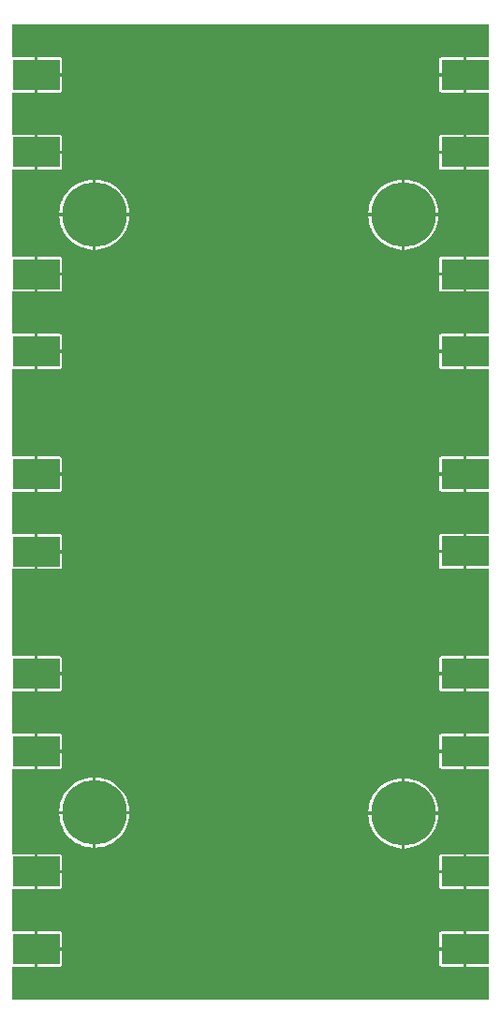
<source format=gbr>
G04 EAGLE Gerber RS-274X export*
G75*
%MOMM*%
%FSLAX34Y34*%
%LPD*%
%INBottom Copper*%
%IPPOS*%
%AMOC8*
5,1,8,0,0,1.08239X$1,22.5*%
G01*
%ADD10R,4.191000X2.667000*%
%ADD11C,5.842000*%
%ADD12C,0.756400*%

G36*
X430020Y-758D02*
X430020Y-758D01*
X430039Y-760D01*
X430141Y-738D01*
X430243Y-722D01*
X430260Y-712D01*
X430280Y-708D01*
X430369Y-655D01*
X430460Y-606D01*
X430474Y-592D01*
X430491Y-582D01*
X430558Y-503D01*
X430630Y-428D01*
X430638Y-410D01*
X430651Y-395D01*
X430690Y-299D01*
X430733Y-205D01*
X430735Y-185D01*
X430743Y-167D01*
X430761Y0D01*
X430761Y28417D01*
X430758Y28437D01*
X430760Y28456D01*
X430738Y28558D01*
X430722Y28660D01*
X430712Y28677D01*
X430708Y28697D01*
X430655Y28786D01*
X430606Y28877D01*
X430592Y28891D01*
X430582Y28908D01*
X430503Y28975D01*
X430428Y29047D01*
X430410Y29055D01*
X430395Y29068D01*
X430299Y29107D01*
X430205Y29150D01*
X430185Y29152D01*
X430167Y29160D01*
X430000Y29178D01*
X410369Y29178D01*
X410369Y44292D01*
X410366Y44312D01*
X410368Y44331D01*
X410346Y44433D01*
X410329Y44535D01*
X410320Y44552D01*
X410316Y44572D01*
X410263Y44661D01*
X410214Y44752D01*
X410200Y44766D01*
X410190Y44783D01*
X410111Y44850D01*
X410036Y44921D01*
X410018Y44930D01*
X410003Y44943D01*
X409907Y44982D01*
X409813Y45025D01*
X409793Y45027D01*
X409775Y45035D01*
X409608Y45053D01*
X408845Y45053D01*
X408845Y45055D01*
X409608Y45055D01*
X409628Y45058D01*
X409647Y45056D01*
X409749Y45078D01*
X409851Y45095D01*
X409868Y45104D01*
X409888Y45108D01*
X409977Y45161D01*
X410068Y45210D01*
X410082Y45224D01*
X410099Y45234D01*
X410166Y45313D01*
X410237Y45388D01*
X410246Y45406D01*
X410259Y45421D01*
X410298Y45517D01*
X410341Y45611D01*
X410343Y45631D01*
X410351Y45649D01*
X410369Y45816D01*
X410369Y60930D01*
X430000Y60930D01*
X430020Y60933D01*
X430039Y60931D01*
X430141Y60953D01*
X430243Y60969D01*
X430260Y60979D01*
X430280Y60983D01*
X430369Y61036D01*
X430460Y61085D01*
X430474Y61099D01*
X430491Y61109D01*
X430558Y61188D01*
X430630Y61263D01*
X430638Y61281D01*
X430651Y61296D01*
X430690Y61392D01*
X430733Y61486D01*
X430735Y61506D01*
X430743Y61524D01*
X430761Y61691D01*
X430761Y98309D01*
X430758Y98329D01*
X430760Y98348D01*
X430738Y98450D01*
X430722Y98552D01*
X430712Y98569D01*
X430708Y98589D01*
X430655Y98678D01*
X430606Y98769D01*
X430592Y98783D01*
X430582Y98800D01*
X430503Y98867D01*
X430428Y98939D01*
X430410Y98947D01*
X430395Y98960D01*
X430299Y98999D01*
X430205Y99042D01*
X430185Y99044D01*
X430167Y99052D01*
X430000Y99070D01*
X410369Y99070D01*
X410369Y114184D01*
X410366Y114204D01*
X410368Y114223D01*
X410346Y114325D01*
X410329Y114427D01*
X410320Y114444D01*
X410316Y114464D01*
X410263Y114553D01*
X410214Y114644D01*
X410200Y114658D01*
X410190Y114675D01*
X410111Y114742D01*
X410036Y114813D01*
X410018Y114822D01*
X410003Y114835D01*
X409907Y114874D01*
X409813Y114917D01*
X409793Y114919D01*
X409775Y114927D01*
X409608Y114945D01*
X408845Y114945D01*
X408845Y114947D01*
X409608Y114947D01*
X409628Y114950D01*
X409647Y114948D01*
X409749Y114970D01*
X409851Y114987D01*
X409868Y114996D01*
X409888Y115000D01*
X409977Y115053D01*
X410068Y115102D01*
X410082Y115116D01*
X410099Y115126D01*
X410166Y115205D01*
X410237Y115280D01*
X410246Y115298D01*
X410259Y115313D01*
X410298Y115409D01*
X410341Y115503D01*
X410343Y115523D01*
X410351Y115541D01*
X410369Y115708D01*
X410369Y130822D01*
X430000Y130822D01*
X430020Y130825D01*
X430039Y130823D01*
X430141Y130845D01*
X430243Y130861D01*
X430260Y130871D01*
X430280Y130875D01*
X430369Y130928D01*
X430460Y130977D01*
X430474Y130991D01*
X430491Y131001D01*
X430558Y131080D01*
X430630Y131155D01*
X430638Y131173D01*
X430651Y131188D01*
X430690Y131284D01*
X430733Y131378D01*
X430735Y131398D01*
X430743Y131416D01*
X430761Y131583D01*
X430761Y207147D01*
X430758Y207167D01*
X430760Y207186D01*
X430738Y207288D01*
X430722Y207390D01*
X430712Y207407D01*
X430708Y207427D01*
X430655Y207516D01*
X430606Y207607D01*
X430592Y207621D01*
X430582Y207638D01*
X430503Y207705D01*
X430428Y207777D01*
X430410Y207785D01*
X430395Y207798D01*
X430299Y207837D01*
X430205Y207880D01*
X430185Y207882D01*
X430167Y207890D01*
X430000Y207908D01*
X410369Y207908D01*
X410369Y223022D01*
X410366Y223042D01*
X410368Y223061D01*
X410346Y223163D01*
X410329Y223265D01*
X410320Y223282D01*
X410316Y223302D01*
X410263Y223391D01*
X410214Y223482D01*
X410200Y223496D01*
X410190Y223513D01*
X410111Y223580D01*
X410036Y223651D01*
X410018Y223660D01*
X410003Y223673D01*
X409907Y223712D01*
X409813Y223755D01*
X409793Y223757D01*
X409775Y223765D01*
X409608Y223783D01*
X408845Y223783D01*
X408845Y223785D01*
X409608Y223785D01*
X409628Y223788D01*
X409647Y223786D01*
X409749Y223808D01*
X409851Y223825D01*
X409868Y223834D01*
X409888Y223838D01*
X409977Y223891D01*
X410068Y223940D01*
X410082Y223954D01*
X410099Y223964D01*
X410166Y224043D01*
X410237Y224118D01*
X410246Y224136D01*
X410259Y224151D01*
X410298Y224247D01*
X410341Y224341D01*
X410343Y224361D01*
X410351Y224379D01*
X410369Y224546D01*
X410369Y239660D01*
X430000Y239660D01*
X430020Y239663D01*
X430039Y239661D01*
X430141Y239683D01*
X430243Y239699D01*
X430260Y239709D01*
X430280Y239713D01*
X430369Y239766D01*
X430460Y239815D01*
X430474Y239829D01*
X430491Y239839D01*
X430558Y239918D01*
X430630Y239993D01*
X430638Y240011D01*
X430651Y240026D01*
X430690Y240122D01*
X430733Y240216D01*
X430735Y240236D01*
X430743Y240254D01*
X430761Y240421D01*
X430761Y277039D01*
X430758Y277059D01*
X430760Y277078D01*
X430738Y277180D01*
X430722Y277282D01*
X430712Y277299D01*
X430708Y277319D01*
X430655Y277408D01*
X430606Y277499D01*
X430592Y277513D01*
X430582Y277530D01*
X430503Y277597D01*
X430428Y277669D01*
X430410Y277677D01*
X430395Y277690D01*
X430299Y277729D01*
X430205Y277772D01*
X430185Y277774D01*
X430167Y277782D01*
X430000Y277800D01*
X410369Y277800D01*
X410369Y292914D01*
X410366Y292934D01*
X410368Y292953D01*
X410346Y293055D01*
X410329Y293157D01*
X410320Y293174D01*
X410316Y293194D01*
X410263Y293283D01*
X410214Y293374D01*
X410200Y293388D01*
X410190Y293405D01*
X410111Y293472D01*
X410036Y293543D01*
X410018Y293552D01*
X410003Y293565D01*
X409907Y293604D01*
X409813Y293647D01*
X409793Y293649D01*
X409775Y293657D01*
X409608Y293675D01*
X408845Y293675D01*
X408845Y293677D01*
X409608Y293677D01*
X409628Y293680D01*
X409647Y293678D01*
X409749Y293700D01*
X409851Y293717D01*
X409868Y293726D01*
X409888Y293730D01*
X409977Y293783D01*
X410068Y293832D01*
X410082Y293846D01*
X410099Y293856D01*
X410166Y293935D01*
X410237Y294010D01*
X410246Y294028D01*
X410259Y294043D01*
X410298Y294139D01*
X410341Y294233D01*
X410343Y294253D01*
X410351Y294271D01*
X410369Y294438D01*
X410369Y309552D01*
X430000Y309552D01*
X430020Y309555D01*
X430039Y309553D01*
X430141Y309575D01*
X430243Y309591D01*
X430260Y309601D01*
X430280Y309605D01*
X430369Y309658D01*
X430460Y309707D01*
X430474Y309721D01*
X430491Y309731D01*
X430558Y309810D01*
X430630Y309885D01*
X430638Y309903D01*
X430651Y309918D01*
X430690Y310014D01*
X430733Y310108D01*
X430735Y310128D01*
X430743Y310146D01*
X430761Y310313D01*
X430761Y387782D01*
X430758Y387802D01*
X430760Y387821D01*
X430738Y387923D01*
X430722Y388025D01*
X430712Y388042D01*
X430708Y388062D01*
X430655Y388151D01*
X430606Y388242D01*
X430592Y388256D01*
X430582Y388273D01*
X430503Y388340D01*
X430428Y388412D01*
X430410Y388420D01*
X430395Y388433D01*
X430299Y388472D01*
X430205Y388515D01*
X430185Y388517D01*
X430167Y388525D01*
X430000Y388543D01*
X410369Y388543D01*
X410369Y403657D01*
X410366Y403677D01*
X410368Y403696D01*
X410346Y403798D01*
X410329Y403900D01*
X410320Y403917D01*
X410316Y403937D01*
X410263Y404026D01*
X410214Y404117D01*
X410200Y404131D01*
X410190Y404148D01*
X410111Y404215D01*
X410036Y404286D01*
X410018Y404295D01*
X410003Y404308D01*
X409907Y404347D01*
X409813Y404390D01*
X409793Y404392D01*
X409775Y404400D01*
X409608Y404418D01*
X408845Y404418D01*
X408845Y404420D01*
X409608Y404420D01*
X409628Y404423D01*
X409647Y404421D01*
X409749Y404443D01*
X409851Y404460D01*
X409868Y404469D01*
X409888Y404473D01*
X409977Y404526D01*
X410068Y404575D01*
X410082Y404589D01*
X410099Y404599D01*
X410166Y404678D01*
X410237Y404753D01*
X410246Y404771D01*
X410259Y404786D01*
X410298Y404882D01*
X410341Y404976D01*
X410343Y404996D01*
X410351Y405014D01*
X410369Y405181D01*
X410369Y420295D01*
X430000Y420295D01*
X430020Y420298D01*
X430039Y420296D01*
X430141Y420318D01*
X430243Y420334D01*
X430260Y420344D01*
X430280Y420348D01*
X430369Y420401D01*
X430460Y420450D01*
X430474Y420464D01*
X430491Y420474D01*
X430558Y420553D01*
X430630Y420628D01*
X430638Y420646D01*
X430651Y420661D01*
X430690Y420757D01*
X430733Y420851D01*
X430735Y420871D01*
X430743Y420889D01*
X430761Y421056D01*
X430761Y457674D01*
X430758Y457694D01*
X430760Y457713D01*
X430738Y457815D01*
X430722Y457917D01*
X430712Y457934D01*
X430708Y457954D01*
X430655Y458043D01*
X430606Y458134D01*
X430592Y458148D01*
X430582Y458165D01*
X430503Y458232D01*
X430428Y458304D01*
X430410Y458312D01*
X430395Y458325D01*
X430299Y458364D01*
X430205Y458407D01*
X430185Y458409D01*
X430167Y458417D01*
X430000Y458435D01*
X410369Y458435D01*
X410369Y473549D01*
X410366Y473569D01*
X410368Y473588D01*
X410346Y473690D01*
X410329Y473792D01*
X410320Y473809D01*
X410316Y473829D01*
X410263Y473918D01*
X410214Y474009D01*
X410200Y474023D01*
X410190Y474040D01*
X410111Y474107D01*
X410036Y474178D01*
X410018Y474187D01*
X410003Y474200D01*
X409907Y474239D01*
X409813Y474282D01*
X409793Y474284D01*
X409775Y474292D01*
X409608Y474310D01*
X408845Y474310D01*
X408845Y474312D01*
X409608Y474312D01*
X409628Y474315D01*
X409647Y474313D01*
X409749Y474335D01*
X409851Y474352D01*
X409868Y474361D01*
X409888Y474365D01*
X409977Y474418D01*
X410068Y474467D01*
X410082Y474481D01*
X410099Y474491D01*
X410166Y474570D01*
X410237Y474645D01*
X410246Y474663D01*
X410259Y474678D01*
X410298Y474774D01*
X410341Y474868D01*
X410343Y474888D01*
X410351Y474906D01*
X410369Y475073D01*
X410369Y490187D01*
X430000Y490187D01*
X430020Y490190D01*
X430039Y490188D01*
X430141Y490210D01*
X430243Y490226D01*
X430260Y490236D01*
X430280Y490240D01*
X430369Y490293D01*
X430460Y490342D01*
X430474Y490356D01*
X430491Y490366D01*
X430558Y490445D01*
X430630Y490520D01*
X430638Y490538D01*
X430651Y490553D01*
X430690Y490649D01*
X430733Y490743D01*
X430735Y490763D01*
X430743Y490781D01*
X430761Y490948D01*
X430761Y568417D01*
X430758Y568437D01*
X430760Y568456D01*
X430738Y568558D01*
X430722Y568660D01*
X430712Y568677D01*
X430708Y568697D01*
X430655Y568786D01*
X430606Y568877D01*
X430592Y568891D01*
X430582Y568908D01*
X430503Y568975D01*
X430428Y569047D01*
X430410Y569055D01*
X430395Y569068D01*
X430299Y569107D01*
X430205Y569150D01*
X430185Y569152D01*
X430167Y569160D01*
X430000Y569178D01*
X410369Y569178D01*
X410369Y584292D01*
X410366Y584312D01*
X410368Y584331D01*
X410346Y584433D01*
X410329Y584535D01*
X410320Y584552D01*
X410316Y584572D01*
X410263Y584661D01*
X410214Y584752D01*
X410200Y584766D01*
X410190Y584783D01*
X410111Y584850D01*
X410036Y584921D01*
X410018Y584930D01*
X410003Y584943D01*
X409907Y584982D01*
X409813Y585025D01*
X409793Y585027D01*
X409775Y585035D01*
X409608Y585053D01*
X408845Y585053D01*
X408845Y585055D01*
X409608Y585055D01*
X409628Y585058D01*
X409647Y585056D01*
X409749Y585078D01*
X409851Y585095D01*
X409868Y585104D01*
X409888Y585108D01*
X409977Y585161D01*
X410068Y585210D01*
X410082Y585224D01*
X410099Y585234D01*
X410166Y585313D01*
X410237Y585388D01*
X410246Y585406D01*
X410259Y585421D01*
X410298Y585517D01*
X410341Y585611D01*
X410343Y585631D01*
X410351Y585649D01*
X410369Y585816D01*
X410369Y600930D01*
X430000Y600930D01*
X430020Y600933D01*
X430039Y600931D01*
X430141Y600953D01*
X430243Y600969D01*
X430260Y600979D01*
X430280Y600983D01*
X430369Y601036D01*
X430460Y601085D01*
X430474Y601099D01*
X430491Y601109D01*
X430558Y601188D01*
X430630Y601263D01*
X430638Y601281D01*
X430651Y601296D01*
X430690Y601392D01*
X430733Y601486D01*
X430735Y601506D01*
X430743Y601524D01*
X430761Y601691D01*
X430761Y638309D01*
X430758Y638329D01*
X430760Y638348D01*
X430738Y638450D01*
X430722Y638552D01*
X430712Y638569D01*
X430708Y638589D01*
X430655Y638678D01*
X430606Y638769D01*
X430592Y638783D01*
X430582Y638800D01*
X430503Y638867D01*
X430428Y638939D01*
X430410Y638947D01*
X430395Y638960D01*
X430299Y638999D01*
X430205Y639042D01*
X430185Y639044D01*
X430167Y639052D01*
X430000Y639070D01*
X410369Y639070D01*
X410369Y654184D01*
X410366Y654204D01*
X410368Y654223D01*
X410346Y654325D01*
X410329Y654427D01*
X410320Y654444D01*
X410316Y654464D01*
X410263Y654553D01*
X410214Y654644D01*
X410200Y654658D01*
X410190Y654675D01*
X410111Y654742D01*
X410036Y654813D01*
X410018Y654822D01*
X410003Y654835D01*
X409907Y654874D01*
X409813Y654917D01*
X409793Y654919D01*
X409775Y654927D01*
X409608Y654945D01*
X408845Y654945D01*
X408845Y654947D01*
X409608Y654947D01*
X409628Y654950D01*
X409647Y654948D01*
X409749Y654970D01*
X409851Y654987D01*
X409868Y654996D01*
X409888Y655000D01*
X409977Y655053D01*
X410068Y655102D01*
X410082Y655116D01*
X410099Y655126D01*
X410166Y655205D01*
X410237Y655280D01*
X410246Y655298D01*
X410259Y655313D01*
X410298Y655409D01*
X410341Y655503D01*
X410343Y655523D01*
X410351Y655541D01*
X410369Y655708D01*
X410369Y670822D01*
X430000Y670822D01*
X430020Y670825D01*
X430039Y670823D01*
X430141Y670845D01*
X430243Y670861D01*
X430260Y670871D01*
X430280Y670875D01*
X430369Y670928D01*
X430460Y670977D01*
X430474Y670991D01*
X430491Y671001D01*
X430558Y671080D01*
X430630Y671155D01*
X430638Y671173D01*
X430651Y671188D01*
X430690Y671284D01*
X430733Y671378D01*
X430735Y671398D01*
X430743Y671416D01*
X430761Y671583D01*
X430761Y748417D01*
X430758Y748437D01*
X430760Y748456D01*
X430738Y748558D01*
X430722Y748660D01*
X430712Y748677D01*
X430708Y748697D01*
X430655Y748786D01*
X430606Y748877D01*
X430592Y748891D01*
X430582Y748908D01*
X430503Y748975D01*
X430428Y749047D01*
X430410Y749055D01*
X430395Y749068D01*
X430299Y749107D01*
X430205Y749150D01*
X430185Y749152D01*
X430167Y749160D01*
X430000Y749178D01*
X410369Y749178D01*
X410369Y764292D01*
X410366Y764312D01*
X410368Y764331D01*
X410346Y764433D01*
X410329Y764535D01*
X410320Y764552D01*
X410316Y764572D01*
X410263Y764661D01*
X410214Y764752D01*
X410200Y764766D01*
X410190Y764783D01*
X410111Y764850D01*
X410036Y764921D01*
X410018Y764930D01*
X410003Y764943D01*
X409907Y764982D01*
X409813Y765025D01*
X409793Y765027D01*
X409775Y765035D01*
X409608Y765053D01*
X408845Y765053D01*
X408845Y765055D01*
X409608Y765055D01*
X409628Y765058D01*
X409647Y765056D01*
X409749Y765078D01*
X409851Y765095D01*
X409868Y765104D01*
X409888Y765108D01*
X409977Y765161D01*
X410068Y765210D01*
X410082Y765224D01*
X410099Y765234D01*
X410166Y765313D01*
X410237Y765388D01*
X410246Y765406D01*
X410259Y765421D01*
X410298Y765517D01*
X410341Y765611D01*
X410343Y765631D01*
X410351Y765649D01*
X410369Y765816D01*
X410369Y780930D01*
X430000Y780930D01*
X430020Y780933D01*
X430039Y780931D01*
X430141Y780953D01*
X430243Y780969D01*
X430260Y780979D01*
X430280Y780983D01*
X430369Y781036D01*
X430460Y781085D01*
X430474Y781099D01*
X430491Y781109D01*
X430558Y781188D01*
X430630Y781263D01*
X430638Y781281D01*
X430651Y781296D01*
X430690Y781392D01*
X430733Y781486D01*
X430735Y781506D01*
X430743Y781524D01*
X430761Y781691D01*
X430761Y818309D01*
X430758Y818329D01*
X430760Y818348D01*
X430738Y818450D01*
X430722Y818552D01*
X430712Y818569D01*
X430708Y818589D01*
X430655Y818678D01*
X430606Y818769D01*
X430592Y818783D01*
X430582Y818800D01*
X430503Y818867D01*
X430428Y818939D01*
X430410Y818947D01*
X430395Y818960D01*
X430299Y818999D01*
X430205Y819042D01*
X430185Y819044D01*
X430167Y819052D01*
X430000Y819070D01*
X410369Y819070D01*
X410369Y834184D01*
X410366Y834204D01*
X410368Y834223D01*
X410346Y834325D01*
X410329Y834427D01*
X410320Y834444D01*
X410316Y834464D01*
X410263Y834553D01*
X410214Y834644D01*
X410200Y834658D01*
X410190Y834675D01*
X410111Y834742D01*
X410036Y834813D01*
X410018Y834822D01*
X410003Y834835D01*
X409907Y834874D01*
X409813Y834917D01*
X409793Y834919D01*
X409775Y834927D01*
X409608Y834945D01*
X408845Y834945D01*
X408845Y834947D01*
X409608Y834947D01*
X409628Y834950D01*
X409647Y834948D01*
X409749Y834970D01*
X409851Y834987D01*
X409868Y834996D01*
X409888Y835000D01*
X409977Y835053D01*
X410068Y835102D01*
X410082Y835116D01*
X410099Y835126D01*
X410166Y835205D01*
X410237Y835280D01*
X410246Y835298D01*
X410259Y835313D01*
X410298Y835409D01*
X410341Y835503D01*
X410343Y835523D01*
X410351Y835541D01*
X410369Y835708D01*
X410369Y850822D01*
X430000Y850822D01*
X430020Y850825D01*
X430039Y850823D01*
X430141Y850845D01*
X430243Y850861D01*
X430260Y850871D01*
X430280Y850875D01*
X430369Y850928D01*
X430460Y850977D01*
X430474Y850991D01*
X430491Y851001D01*
X430558Y851080D01*
X430630Y851155D01*
X430638Y851173D01*
X430651Y851188D01*
X430690Y851284D01*
X430733Y851378D01*
X430735Y851398D01*
X430743Y851416D01*
X430761Y851583D01*
X430761Y880000D01*
X430758Y880020D01*
X430760Y880039D01*
X430738Y880141D01*
X430722Y880243D01*
X430712Y880260D01*
X430708Y880280D01*
X430655Y880369D01*
X430606Y880460D01*
X430592Y880474D01*
X430582Y880491D01*
X430503Y880558D01*
X430428Y880630D01*
X430410Y880638D01*
X430395Y880651D01*
X430299Y880690D01*
X430205Y880733D01*
X430185Y880735D01*
X430167Y880743D01*
X430000Y880761D01*
X0Y880761D01*
X-20Y880758D01*
X-39Y880760D01*
X-141Y880738D01*
X-243Y880722D01*
X-260Y880712D01*
X-280Y880708D01*
X-369Y880655D01*
X-460Y880606D01*
X-474Y880592D01*
X-491Y880582D01*
X-558Y880503D01*
X-630Y880428D01*
X-638Y880410D01*
X-651Y880395D01*
X-690Y880299D01*
X-733Y880205D01*
X-735Y880185D01*
X-743Y880167D01*
X-761Y880000D01*
X-761Y851583D01*
X-758Y851563D01*
X-760Y851544D01*
X-738Y851442D01*
X-722Y851340D01*
X-712Y851323D01*
X-708Y851303D01*
X-655Y851214D01*
X-606Y851123D01*
X-592Y851109D01*
X-582Y851092D01*
X-503Y851025D01*
X-428Y850953D01*
X-410Y850945D01*
X-395Y850932D01*
X-299Y850893D01*
X-205Y850850D01*
X-185Y850848D01*
X-167Y850840D01*
X0Y850822D01*
X19631Y850822D01*
X19631Y835708D01*
X19634Y835688D01*
X19632Y835669D01*
X19654Y835567D01*
X19671Y835465D01*
X19680Y835448D01*
X19684Y835428D01*
X19737Y835339D01*
X19786Y835248D01*
X19800Y835234D01*
X19810Y835217D01*
X19889Y835150D01*
X19964Y835079D01*
X19982Y835070D01*
X19997Y835057D01*
X20093Y835018D01*
X20187Y834975D01*
X20207Y834973D01*
X20225Y834965D01*
X20392Y834947D01*
X21155Y834947D01*
X21155Y834945D01*
X20392Y834945D01*
X20372Y834942D01*
X20353Y834944D01*
X20251Y834922D01*
X20149Y834905D01*
X20132Y834896D01*
X20112Y834892D01*
X20023Y834839D01*
X19932Y834790D01*
X19918Y834776D01*
X19901Y834766D01*
X19834Y834687D01*
X19763Y834612D01*
X19754Y834594D01*
X19741Y834579D01*
X19702Y834483D01*
X19659Y834389D01*
X19657Y834369D01*
X19649Y834351D01*
X19631Y834184D01*
X19631Y819070D01*
X0Y819070D01*
X-20Y819067D01*
X-39Y819069D01*
X-141Y819047D01*
X-243Y819031D01*
X-260Y819021D01*
X-280Y819017D01*
X-369Y818964D01*
X-460Y818915D01*
X-474Y818901D01*
X-491Y818891D01*
X-558Y818812D01*
X-630Y818737D01*
X-638Y818719D01*
X-651Y818704D01*
X-690Y818608D01*
X-733Y818514D01*
X-735Y818494D01*
X-743Y818476D01*
X-761Y818309D01*
X-761Y781691D01*
X-758Y781671D01*
X-760Y781652D01*
X-738Y781550D01*
X-722Y781448D01*
X-712Y781431D01*
X-708Y781411D01*
X-655Y781322D01*
X-606Y781231D01*
X-592Y781217D01*
X-582Y781200D01*
X-503Y781133D01*
X-428Y781061D01*
X-410Y781053D01*
X-395Y781040D01*
X-299Y781001D01*
X-205Y780958D01*
X-185Y780956D01*
X-167Y780948D01*
X0Y780930D01*
X19631Y780930D01*
X19631Y765816D01*
X19634Y765797D01*
X19632Y765778D01*
X19632Y765777D01*
X19654Y765675D01*
X19671Y765573D01*
X19680Y765556D01*
X19684Y765536D01*
X19737Y765447D01*
X19786Y765356D01*
X19800Y765342D01*
X19810Y765325D01*
X19889Y765258D01*
X19964Y765187D01*
X19982Y765178D01*
X19997Y765165D01*
X20093Y765126D01*
X20187Y765083D01*
X20207Y765081D01*
X20225Y765073D01*
X20392Y765055D01*
X21155Y765055D01*
X21155Y765053D01*
X20392Y765053D01*
X20372Y765050D01*
X20353Y765052D01*
X20251Y765030D01*
X20149Y765013D01*
X20132Y765004D01*
X20112Y765000D01*
X20023Y764947D01*
X19932Y764898D01*
X19918Y764884D01*
X19901Y764874D01*
X19834Y764795D01*
X19763Y764720D01*
X19754Y764702D01*
X19741Y764687D01*
X19702Y764591D01*
X19659Y764497D01*
X19657Y764477D01*
X19649Y764459D01*
X19631Y764292D01*
X19631Y749178D01*
X0Y749178D01*
X-20Y749175D01*
X-39Y749177D01*
X-141Y749155D01*
X-243Y749139D01*
X-260Y749129D01*
X-280Y749125D01*
X-369Y749072D01*
X-460Y749023D01*
X-474Y749009D01*
X-491Y748999D01*
X-558Y748920D01*
X-630Y748845D01*
X-638Y748827D01*
X-651Y748812D01*
X-690Y748716D01*
X-733Y748622D01*
X-735Y748602D01*
X-743Y748584D01*
X-761Y748417D01*
X-761Y671583D01*
X-758Y671563D01*
X-760Y671544D01*
X-738Y671442D01*
X-722Y671340D01*
X-712Y671323D01*
X-708Y671303D01*
X-655Y671214D01*
X-606Y671123D01*
X-592Y671109D01*
X-582Y671092D01*
X-503Y671025D01*
X-428Y670953D01*
X-410Y670945D01*
X-395Y670932D01*
X-299Y670893D01*
X-205Y670850D01*
X-185Y670848D01*
X-167Y670840D01*
X0Y670822D01*
X19631Y670822D01*
X19631Y655708D01*
X19634Y655688D01*
X19632Y655669D01*
X19654Y655567D01*
X19671Y655465D01*
X19680Y655448D01*
X19684Y655428D01*
X19737Y655339D01*
X19786Y655248D01*
X19800Y655234D01*
X19810Y655217D01*
X19889Y655150D01*
X19964Y655079D01*
X19982Y655070D01*
X19997Y655057D01*
X20093Y655018D01*
X20187Y654975D01*
X20207Y654973D01*
X20225Y654965D01*
X20392Y654947D01*
X21155Y654947D01*
X21155Y654945D01*
X20392Y654945D01*
X20372Y654942D01*
X20353Y654944D01*
X20251Y654922D01*
X20149Y654905D01*
X20132Y654896D01*
X20112Y654892D01*
X20023Y654839D01*
X19932Y654790D01*
X19918Y654776D01*
X19901Y654766D01*
X19834Y654687D01*
X19763Y654612D01*
X19754Y654594D01*
X19741Y654579D01*
X19702Y654483D01*
X19659Y654389D01*
X19657Y654369D01*
X19649Y654351D01*
X19631Y654184D01*
X19631Y639070D01*
X0Y639070D01*
X-20Y639067D01*
X-39Y639069D01*
X-141Y639047D01*
X-243Y639031D01*
X-260Y639021D01*
X-280Y639017D01*
X-369Y638964D01*
X-460Y638915D01*
X-474Y638901D01*
X-491Y638891D01*
X-558Y638812D01*
X-630Y638737D01*
X-638Y638719D01*
X-651Y638704D01*
X-690Y638608D01*
X-733Y638514D01*
X-735Y638494D01*
X-743Y638476D01*
X-761Y638309D01*
X-761Y601691D01*
X-758Y601671D01*
X-760Y601652D01*
X-738Y601550D01*
X-722Y601448D01*
X-712Y601431D01*
X-708Y601411D01*
X-655Y601322D01*
X-606Y601231D01*
X-592Y601217D01*
X-582Y601200D01*
X-503Y601133D01*
X-428Y601061D01*
X-410Y601053D01*
X-395Y601040D01*
X-299Y601001D01*
X-205Y600958D01*
X-185Y600956D01*
X-167Y600948D01*
X0Y600930D01*
X19631Y600930D01*
X19631Y585816D01*
X19634Y585796D01*
X19632Y585777D01*
X19654Y585675D01*
X19671Y585573D01*
X19680Y585556D01*
X19684Y585536D01*
X19737Y585447D01*
X19786Y585356D01*
X19800Y585342D01*
X19810Y585325D01*
X19889Y585258D01*
X19964Y585187D01*
X19982Y585178D01*
X19997Y585165D01*
X20093Y585126D01*
X20187Y585083D01*
X20207Y585081D01*
X20225Y585073D01*
X20392Y585055D01*
X21155Y585055D01*
X21155Y585053D01*
X20392Y585053D01*
X20372Y585050D01*
X20353Y585052D01*
X20251Y585030D01*
X20149Y585013D01*
X20132Y585004D01*
X20112Y585000D01*
X20023Y584947D01*
X19932Y584898D01*
X19918Y584884D01*
X19901Y584874D01*
X19834Y584795D01*
X19763Y584720D01*
X19754Y584702D01*
X19741Y584687D01*
X19702Y584591D01*
X19659Y584497D01*
X19657Y584477D01*
X19649Y584459D01*
X19631Y584292D01*
X19631Y569178D01*
X0Y569178D01*
X-20Y569175D01*
X-39Y569177D01*
X-141Y569155D01*
X-243Y569139D01*
X-260Y569129D01*
X-280Y569125D01*
X-369Y569072D01*
X-460Y569023D01*
X-474Y569009D01*
X-491Y568999D01*
X-558Y568920D01*
X-630Y568845D01*
X-638Y568827D01*
X-651Y568812D01*
X-690Y568716D01*
X-733Y568622D01*
X-735Y568602D01*
X-743Y568584D01*
X-761Y568417D01*
X-761Y490683D01*
X-758Y490663D01*
X-760Y490644D01*
X-738Y490542D01*
X-722Y490440D01*
X-712Y490423D01*
X-708Y490403D01*
X-655Y490314D01*
X-606Y490223D01*
X-592Y490209D01*
X-582Y490192D01*
X-503Y490125D01*
X-428Y490053D01*
X-410Y490045D01*
X-395Y490032D01*
X-299Y489993D01*
X-205Y489950D01*
X-185Y489948D01*
X-167Y489940D01*
X0Y489922D01*
X19631Y489922D01*
X19631Y474808D01*
X19634Y474788D01*
X19632Y474769D01*
X19654Y474667D01*
X19671Y474565D01*
X19680Y474548D01*
X19684Y474528D01*
X19737Y474439D01*
X19786Y474348D01*
X19800Y474334D01*
X19810Y474317D01*
X19889Y474250D01*
X19964Y474179D01*
X19982Y474170D01*
X19997Y474157D01*
X20093Y474118D01*
X20187Y474075D01*
X20207Y474073D01*
X20225Y474065D01*
X20392Y474047D01*
X21155Y474047D01*
X21155Y474045D01*
X20392Y474045D01*
X20372Y474042D01*
X20353Y474044D01*
X20251Y474022D01*
X20149Y474005D01*
X20132Y473996D01*
X20112Y473992D01*
X20023Y473939D01*
X19932Y473890D01*
X19918Y473876D01*
X19901Y473866D01*
X19834Y473787D01*
X19763Y473712D01*
X19754Y473694D01*
X19741Y473679D01*
X19702Y473583D01*
X19659Y473489D01*
X19657Y473469D01*
X19649Y473451D01*
X19631Y473284D01*
X19631Y458170D01*
X0Y458170D01*
X-20Y458167D01*
X-39Y458169D01*
X-141Y458147D01*
X-243Y458131D01*
X-260Y458121D01*
X-280Y458117D01*
X-369Y458064D01*
X-460Y458015D01*
X-474Y458001D01*
X-491Y457991D01*
X-558Y457912D01*
X-630Y457837D01*
X-638Y457819D01*
X-651Y457804D01*
X-690Y457708D01*
X-733Y457614D01*
X-735Y457594D01*
X-743Y457576D01*
X-761Y457409D01*
X-761Y420791D01*
X-758Y420771D01*
X-760Y420752D01*
X-738Y420650D01*
X-722Y420548D01*
X-712Y420531D01*
X-708Y420511D01*
X-655Y420422D01*
X-606Y420331D01*
X-592Y420317D01*
X-582Y420300D01*
X-503Y420233D01*
X-428Y420161D01*
X-410Y420153D01*
X-395Y420140D01*
X-299Y420101D01*
X-205Y420058D01*
X-185Y420056D01*
X-167Y420048D01*
X0Y420030D01*
X19631Y420030D01*
X19631Y404916D01*
X19634Y404896D01*
X19632Y404877D01*
X19654Y404775D01*
X19671Y404673D01*
X19680Y404656D01*
X19684Y404636D01*
X19737Y404547D01*
X19786Y404456D01*
X19800Y404442D01*
X19810Y404425D01*
X19889Y404358D01*
X19964Y404287D01*
X19982Y404278D01*
X19997Y404265D01*
X20093Y404226D01*
X20187Y404183D01*
X20207Y404181D01*
X20225Y404173D01*
X20392Y404155D01*
X21155Y404155D01*
X21155Y404153D01*
X20392Y404153D01*
X20372Y404150D01*
X20353Y404152D01*
X20251Y404130D01*
X20149Y404113D01*
X20132Y404104D01*
X20112Y404100D01*
X20023Y404047D01*
X19932Y403998D01*
X19918Y403984D01*
X19901Y403974D01*
X19834Y403895D01*
X19763Y403820D01*
X19754Y403802D01*
X19741Y403787D01*
X19702Y403691D01*
X19659Y403597D01*
X19657Y403577D01*
X19649Y403559D01*
X19631Y403392D01*
X19631Y388278D01*
X0Y388278D01*
X-20Y388275D01*
X-39Y388277D01*
X-141Y388255D01*
X-243Y388239D01*
X-260Y388229D01*
X-280Y388225D01*
X-369Y388172D01*
X-460Y388123D01*
X-474Y388109D01*
X-491Y388099D01*
X-558Y388020D01*
X-630Y387945D01*
X-638Y387927D01*
X-651Y387912D01*
X-690Y387816D01*
X-733Y387722D01*
X-735Y387702D01*
X-743Y387684D01*
X-761Y387517D01*
X-761Y310313D01*
X-758Y310293D01*
X-760Y310274D01*
X-738Y310172D01*
X-722Y310070D01*
X-712Y310053D01*
X-708Y310033D01*
X-655Y309944D01*
X-606Y309853D01*
X-592Y309839D01*
X-582Y309822D01*
X-503Y309755D01*
X-428Y309683D01*
X-410Y309675D01*
X-395Y309662D01*
X-299Y309623D01*
X-205Y309580D01*
X-185Y309578D01*
X-167Y309570D01*
X0Y309552D01*
X19631Y309552D01*
X19631Y294438D01*
X19634Y294418D01*
X19632Y294399D01*
X19654Y294297D01*
X19671Y294195D01*
X19680Y294178D01*
X19684Y294158D01*
X19737Y294069D01*
X19786Y293978D01*
X19800Y293964D01*
X19810Y293947D01*
X19889Y293880D01*
X19964Y293809D01*
X19982Y293800D01*
X19997Y293787D01*
X20093Y293748D01*
X20187Y293705D01*
X20207Y293703D01*
X20225Y293695D01*
X20392Y293677D01*
X21155Y293677D01*
X21155Y293675D01*
X20392Y293675D01*
X20372Y293672D01*
X20353Y293674D01*
X20251Y293652D01*
X20149Y293635D01*
X20132Y293626D01*
X20112Y293622D01*
X20023Y293569D01*
X19932Y293520D01*
X19918Y293506D01*
X19901Y293496D01*
X19834Y293417D01*
X19763Y293342D01*
X19754Y293324D01*
X19741Y293309D01*
X19702Y293213D01*
X19659Y293119D01*
X19657Y293099D01*
X19649Y293081D01*
X19631Y292914D01*
X19631Y277800D01*
X0Y277800D01*
X-20Y277797D01*
X-39Y277799D01*
X-141Y277777D01*
X-243Y277761D01*
X-260Y277751D01*
X-280Y277747D01*
X-369Y277694D01*
X-460Y277645D01*
X-474Y277631D01*
X-491Y277621D01*
X-558Y277542D01*
X-630Y277467D01*
X-638Y277449D01*
X-651Y277434D01*
X-690Y277338D01*
X-733Y277244D01*
X-735Y277224D01*
X-743Y277206D01*
X-761Y277039D01*
X-761Y240421D01*
X-758Y240401D01*
X-760Y240382D01*
X-738Y240280D01*
X-722Y240178D01*
X-712Y240161D01*
X-708Y240141D01*
X-655Y240052D01*
X-606Y239961D01*
X-592Y239947D01*
X-582Y239930D01*
X-503Y239863D01*
X-428Y239791D01*
X-410Y239783D01*
X-395Y239770D01*
X-299Y239731D01*
X-205Y239688D01*
X-185Y239686D01*
X-167Y239678D01*
X0Y239660D01*
X19631Y239660D01*
X19631Y224546D01*
X19633Y224536D01*
X19632Y224529D01*
X19633Y224522D01*
X19632Y224507D01*
X19654Y224405D01*
X19671Y224303D01*
X19680Y224286D01*
X19684Y224266D01*
X19737Y224177D01*
X19786Y224086D01*
X19800Y224072D01*
X19810Y224055D01*
X19889Y223988D01*
X19964Y223917D01*
X19982Y223908D01*
X19997Y223895D01*
X20093Y223856D01*
X20187Y223813D01*
X20207Y223811D01*
X20225Y223803D01*
X20392Y223785D01*
X21155Y223785D01*
X21155Y223783D01*
X20392Y223783D01*
X20372Y223780D01*
X20353Y223782D01*
X20251Y223760D01*
X20149Y223743D01*
X20132Y223734D01*
X20112Y223730D01*
X20023Y223677D01*
X19932Y223628D01*
X19918Y223614D01*
X19901Y223604D01*
X19834Y223525D01*
X19763Y223450D01*
X19754Y223432D01*
X19741Y223417D01*
X19702Y223321D01*
X19659Y223227D01*
X19657Y223207D01*
X19649Y223189D01*
X19631Y223022D01*
X19631Y207908D01*
X0Y207908D01*
X-20Y207905D01*
X-39Y207907D01*
X-141Y207885D01*
X-243Y207869D01*
X-260Y207859D01*
X-280Y207855D01*
X-369Y207802D01*
X-460Y207753D01*
X-474Y207739D01*
X-491Y207729D01*
X-558Y207650D01*
X-630Y207575D01*
X-638Y207557D01*
X-651Y207542D01*
X-690Y207446D01*
X-733Y207352D01*
X-735Y207332D01*
X-743Y207314D01*
X-761Y207147D01*
X-761Y131583D01*
X-758Y131563D01*
X-760Y131544D01*
X-738Y131442D01*
X-722Y131340D01*
X-712Y131323D01*
X-708Y131303D01*
X-655Y131214D01*
X-606Y131123D01*
X-592Y131109D01*
X-582Y131092D01*
X-503Y131025D01*
X-428Y130953D01*
X-410Y130945D01*
X-395Y130932D01*
X-299Y130893D01*
X-205Y130850D01*
X-185Y130848D01*
X-167Y130840D01*
X0Y130822D01*
X19631Y130822D01*
X19631Y115708D01*
X19634Y115689D01*
X19632Y115671D01*
X19632Y115670D01*
X19632Y115669D01*
X19654Y115567D01*
X19671Y115465D01*
X19680Y115448D01*
X19684Y115428D01*
X19737Y115339D01*
X19786Y115248D01*
X19800Y115234D01*
X19810Y115217D01*
X19889Y115150D01*
X19964Y115079D01*
X19982Y115070D01*
X19997Y115057D01*
X20093Y115018D01*
X20187Y114975D01*
X20207Y114973D01*
X20225Y114965D01*
X20392Y114947D01*
X21155Y114947D01*
X21155Y114945D01*
X20392Y114945D01*
X20372Y114942D01*
X20353Y114944D01*
X20251Y114922D01*
X20149Y114905D01*
X20132Y114896D01*
X20112Y114892D01*
X20023Y114839D01*
X19932Y114790D01*
X19918Y114776D01*
X19901Y114766D01*
X19834Y114687D01*
X19763Y114612D01*
X19754Y114594D01*
X19741Y114579D01*
X19702Y114483D01*
X19659Y114389D01*
X19657Y114369D01*
X19649Y114351D01*
X19631Y114184D01*
X19631Y99070D01*
X0Y99070D01*
X-20Y99067D01*
X-39Y99069D01*
X-141Y99047D01*
X-243Y99031D01*
X-260Y99021D01*
X-280Y99017D01*
X-369Y98964D01*
X-460Y98915D01*
X-474Y98901D01*
X-491Y98891D01*
X-558Y98812D01*
X-630Y98737D01*
X-638Y98719D01*
X-651Y98704D01*
X-690Y98608D01*
X-733Y98514D01*
X-735Y98494D01*
X-743Y98476D01*
X-761Y98309D01*
X-761Y61691D01*
X-758Y61671D01*
X-760Y61652D01*
X-738Y61550D01*
X-722Y61448D01*
X-712Y61431D01*
X-708Y61411D01*
X-655Y61322D01*
X-606Y61231D01*
X-592Y61217D01*
X-582Y61200D01*
X-503Y61133D01*
X-428Y61061D01*
X-410Y61053D01*
X-395Y61040D01*
X-299Y61001D01*
X-205Y60958D01*
X-185Y60956D01*
X-167Y60948D01*
X0Y60930D01*
X19631Y60930D01*
X19631Y45816D01*
X19634Y45796D01*
X19632Y45777D01*
X19654Y45675D01*
X19671Y45573D01*
X19680Y45556D01*
X19684Y45536D01*
X19737Y45447D01*
X19786Y45356D01*
X19800Y45342D01*
X19810Y45325D01*
X19889Y45258D01*
X19964Y45187D01*
X19982Y45178D01*
X19997Y45165D01*
X20093Y45126D01*
X20187Y45083D01*
X20207Y45081D01*
X20225Y45073D01*
X20392Y45055D01*
X21155Y45055D01*
X21155Y45053D01*
X20392Y45053D01*
X20372Y45050D01*
X20353Y45052D01*
X20251Y45030D01*
X20149Y45013D01*
X20132Y45004D01*
X20112Y45000D01*
X20023Y44947D01*
X19932Y44898D01*
X19918Y44884D01*
X19901Y44874D01*
X19834Y44795D01*
X19763Y44720D01*
X19754Y44702D01*
X19741Y44687D01*
X19702Y44591D01*
X19659Y44497D01*
X19657Y44477D01*
X19649Y44459D01*
X19631Y44292D01*
X19631Y29178D01*
X0Y29178D01*
X-20Y29175D01*
X-39Y29177D01*
X-141Y29155D01*
X-243Y29139D01*
X-260Y29129D01*
X-280Y29125D01*
X-369Y29072D01*
X-460Y29023D01*
X-474Y29009D01*
X-491Y28999D01*
X-558Y28920D01*
X-630Y28845D01*
X-638Y28827D01*
X-651Y28812D01*
X-690Y28716D01*
X-733Y28622D01*
X-735Y28602D01*
X-743Y28584D01*
X-761Y28417D01*
X-761Y0D01*
X-758Y-20D01*
X-760Y-39D01*
X-738Y-141D01*
X-722Y-243D01*
X-712Y-260D01*
X-708Y-280D01*
X-655Y-369D01*
X-606Y-460D01*
X-592Y-474D01*
X-582Y-491D01*
X-503Y-558D01*
X-428Y-630D01*
X-410Y-638D01*
X-395Y-651D01*
X-299Y-690D01*
X-205Y-733D01*
X-185Y-735D01*
X-167Y-743D01*
X0Y-761D01*
X430000Y-761D01*
X430020Y-758D01*
G37*
%LPC*%
G36*
X75183Y169783D02*
X75183Y169783D01*
X75183Y200011D01*
X75220Y200011D01*
X78324Y199705D01*
X81384Y199096D01*
X84369Y198191D01*
X87252Y196997D01*
X90003Y195526D01*
X92597Y193793D01*
X95008Y191814D01*
X97214Y189608D01*
X99193Y187197D01*
X100926Y184603D01*
X102397Y181852D01*
X103591Y178969D01*
X104496Y175984D01*
X105105Y172924D01*
X105411Y169820D01*
X105411Y169783D01*
X75183Y169783D01*
G37*
%LPD*%
%LPC*%
G36*
X354583Y169163D02*
X354583Y169163D01*
X354583Y199391D01*
X354620Y199391D01*
X357724Y199085D01*
X360784Y198476D01*
X363769Y197571D01*
X366652Y196377D01*
X369403Y194906D01*
X371997Y193173D01*
X374408Y191194D01*
X376614Y188988D01*
X378593Y186577D01*
X380326Y183983D01*
X381797Y181232D01*
X382991Y178349D01*
X383896Y175364D01*
X384505Y172304D01*
X384811Y169200D01*
X384811Y169163D01*
X354583Y169163D01*
G37*
%LPD*%
%LPC*%
G36*
X354583Y710183D02*
X354583Y710183D01*
X354583Y740411D01*
X354620Y740411D01*
X357724Y740105D01*
X360784Y739496D01*
X363769Y738591D01*
X366652Y737397D01*
X369403Y735926D01*
X371997Y734193D01*
X374408Y732214D01*
X376614Y730008D01*
X378593Y727597D01*
X380326Y725003D01*
X381797Y722252D01*
X382991Y719369D01*
X383896Y716384D01*
X384505Y713324D01*
X384811Y710220D01*
X384811Y710183D01*
X354583Y710183D01*
G37*
%LPD*%
%LPC*%
G36*
X75183Y710183D02*
X75183Y710183D01*
X75183Y740411D01*
X75220Y740411D01*
X78324Y740105D01*
X81384Y739496D01*
X84369Y738591D01*
X87252Y737397D01*
X90003Y735926D01*
X92597Y734193D01*
X95008Y732214D01*
X97214Y730008D01*
X99193Y727597D01*
X100926Y725003D01*
X102397Y722252D01*
X103591Y719369D01*
X104496Y716384D01*
X105105Y713324D01*
X105411Y710220D01*
X105411Y710183D01*
X75183Y710183D01*
G37*
%LPD*%
%LPC*%
G36*
X41909Y169783D02*
X41909Y169783D01*
X41909Y169820D01*
X42215Y172924D01*
X42824Y175984D01*
X43729Y178969D01*
X44923Y181852D01*
X46394Y184603D01*
X48127Y187197D01*
X50106Y189608D01*
X52312Y191814D01*
X54723Y193793D01*
X57317Y195526D01*
X60068Y196997D01*
X62951Y198191D01*
X65936Y199096D01*
X68996Y199705D01*
X72100Y200011D01*
X72137Y200011D01*
X72137Y169783D01*
X41909Y169783D01*
G37*
%LPD*%
%LPC*%
G36*
X354583Y676909D02*
X354583Y676909D01*
X354583Y707137D01*
X384811Y707137D01*
X384811Y707100D01*
X384505Y703996D01*
X383896Y700936D01*
X382991Y697951D01*
X381797Y695068D01*
X380326Y692317D01*
X378593Y689723D01*
X376614Y687312D01*
X374408Y685106D01*
X371997Y683127D01*
X369403Y681394D01*
X366652Y679923D01*
X363769Y678729D01*
X360784Y677824D01*
X357724Y677215D01*
X354620Y676909D01*
X354583Y676909D01*
G37*
%LPD*%
%LPC*%
G36*
X75183Y676909D02*
X75183Y676909D01*
X75183Y707137D01*
X105411Y707137D01*
X105411Y707100D01*
X105105Y703996D01*
X104496Y700936D01*
X103591Y697951D01*
X102397Y695068D01*
X100926Y692317D01*
X99193Y689723D01*
X97214Y687312D01*
X95008Y685106D01*
X92597Y683127D01*
X90003Y681394D01*
X87252Y679923D01*
X84369Y678729D01*
X81384Y677824D01*
X78324Y677215D01*
X75220Y676909D01*
X75183Y676909D01*
G37*
%LPD*%
%LPC*%
G36*
X354583Y135889D02*
X354583Y135889D01*
X354583Y166117D01*
X384811Y166117D01*
X384811Y166080D01*
X384505Y162976D01*
X383896Y159916D01*
X382991Y156931D01*
X381797Y154048D01*
X380326Y151297D01*
X378593Y148703D01*
X376614Y146292D01*
X374408Y144086D01*
X371997Y142107D01*
X369403Y140374D01*
X366652Y138903D01*
X363769Y137709D01*
X360784Y136804D01*
X357724Y136195D01*
X354620Y135889D01*
X354583Y135889D01*
G37*
%LPD*%
%LPC*%
G36*
X75183Y136509D02*
X75183Y136509D01*
X75183Y166737D01*
X105411Y166737D01*
X105411Y166700D01*
X105105Y163596D01*
X104496Y160536D01*
X103591Y157551D01*
X102397Y154668D01*
X100926Y151917D01*
X99193Y149323D01*
X97214Y146912D01*
X95008Y144706D01*
X92597Y142727D01*
X90003Y140994D01*
X87252Y139523D01*
X84369Y138329D01*
X81384Y137424D01*
X78324Y136815D01*
X75220Y136509D01*
X75183Y136509D01*
G37*
%LPD*%
%LPC*%
G36*
X321309Y169163D02*
X321309Y169163D01*
X321309Y169200D01*
X321615Y172304D01*
X322224Y175364D01*
X323129Y178349D01*
X324323Y181232D01*
X325794Y183983D01*
X327527Y186577D01*
X329506Y188988D01*
X331712Y191194D01*
X334123Y193173D01*
X336717Y194906D01*
X339468Y196377D01*
X342351Y197571D01*
X345336Y198476D01*
X348396Y199085D01*
X351500Y199391D01*
X351537Y199391D01*
X351537Y169163D01*
X321309Y169163D01*
G37*
%LPD*%
%LPC*%
G36*
X321309Y710183D02*
X321309Y710183D01*
X321309Y710220D01*
X321615Y713324D01*
X322224Y716384D01*
X323129Y719369D01*
X324323Y722252D01*
X325794Y725003D01*
X327527Y727597D01*
X329506Y730008D01*
X331712Y732214D01*
X334123Y734193D01*
X336717Y735926D01*
X339468Y737397D01*
X342351Y738591D01*
X345336Y739496D01*
X348396Y740105D01*
X351500Y740411D01*
X351537Y740411D01*
X351537Y710183D01*
X321309Y710183D01*
G37*
%LPD*%
%LPC*%
G36*
X41909Y710183D02*
X41909Y710183D01*
X41909Y710220D01*
X42215Y713324D01*
X42824Y716384D01*
X43729Y719369D01*
X44923Y722252D01*
X46394Y725003D01*
X48127Y727597D01*
X50106Y730008D01*
X52312Y732214D01*
X54723Y734193D01*
X57317Y735926D01*
X60068Y737397D01*
X62951Y738591D01*
X65936Y739496D01*
X68996Y740105D01*
X72100Y740411D01*
X72137Y740411D01*
X72137Y710183D01*
X41909Y710183D01*
G37*
%LPD*%
%LPC*%
G36*
X351500Y676909D02*
X351500Y676909D01*
X348396Y677215D01*
X345336Y677824D01*
X342351Y678729D01*
X339468Y679923D01*
X336717Y681394D01*
X334123Y683127D01*
X331712Y685106D01*
X329506Y687312D01*
X327527Y689723D01*
X325794Y692317D01*
X324323Y695068D01*
X323129Y697951D01*
X322224Y700936D01*
X321615Y703996D01*
X321309Y707100D01*
X321309Y707137D01*
X351537Y707137D01*
X351537Y676909D01*
X351500Y676909D01*
G37*
%LPD*%
%LPC*%
G36*
X72100Y676909D02*
X72100Y676909D01*
X68996Y677215D01*
X65936Y677824D01*
X62951Y678729D01*
X60068Y679923D01*
X57317Y681394D01*
X54723Y683127D01*
X52312Y685106D01*
X50106Y687312D01*
X48127Y689723D01*
X46394Y692317D01*
X44923Y695068D01*
X43729Y697951D01*
X42824Y700936D01*
X42215Y703996D01*
X41909Y707100D01*
X41909Y707137D01*
X72137Y707137D01*
X72137Y676909D01*
X72100Y676909D01*
G37*
%LPD*%
%LPC*%
G36*
X72100Y136509D02*
X72100Y136509D01*
X68996Y136815D01*
X65936Y137424D01*
X62951Y138329D01*
X60068Y139523D01*
X57317Y140994D01*
X54723Y142727D01*
X52312Y144706D01*
X50106Y146912D01*
X48127Y149323D01*
X46394Y151917D01*
X44923Y154668D01*
X43729Y157551D01*
X42824Y160536D01*
X42215Y163596D01*
X41909Y166700D01*
X41909Y166737D01*
X72137Y166737D01*
X72137Y136509D01*
X72100Y136509D01*
G37*
%LPD*%
%LPC*%
G36*
X351500Y135889D02*
X351500Y135889D01*
X348396Y136195D01*
X345336Y136804D01*
X342351Y137709D01*
X339468Y138903D01*
X336717Y140374D01*
X334123Y142107D01*
X331712Y144086D01*
X329506Y146292D01*
X327527Y148703D01*
X325794Y151297D01*
X324323Y154048D01*
X323129Y156931D01*
X322224Y159916D01*
X321615Y162976D01*
X321309Y166080D01*
X321309Y166117D01*
X351537Y166117D01*
X351537Y135889D01*
X351500Y135889D01*
G37*
%LPD*%
%LPC*%
G36*
X22677Y836469D02*
X22677Y836469D01*
X22677Y850822D01*
X42443Y850822D01*
X43090Y850649D01*
X43669Y850314D01*
X44142Y849841D01*
X44477Y849262D01*
X44650Y848615D01*
X44650Y836469D01*
X22677Y836469D01*
G37*
%LPD*%
%LPC*%
G36*
X22677Y225307D02*
X22677Y225307D01*
X22677Y239660D01*
X42443Y239660D01*
X43090Y239487D01*
X43669Y239152D01*
X44142Y238679D01*
X44477Y238100D01*
X44650Y237453D01*
X44650Y225307D01*
X22677Y225307D01*
G37*
%LPD*%
%LPC*%
G36*
X22677Y475569D02*
X22677Y475569D01*
X22677Y489922D01*
X42443Y489922D01*
X43090Y489749D01*
X43669Y489414D01*
X44142Y488941D01*
X44477Y488362D01*
X44650Y487715D01*
X44650Y475569D01*
X22677Y475569D01*
G37*
%LPD*%
%LPC*%
G36*
X22677Y586577D02*
X22677Y586577D01*
X22677Y600930D01*
X42443Y600930D01*
X43090Y600757D01*
X43669Y600422D01*
X44142Y599949D01*
X44477Y599370D01*
X44650Y598723D01*
X44650Y586577D01*
X22677Y586577D01*
G37*
%LPD*%
%LPC*%
G36*
X22677Y405677D02*
X22677Y405677D01*
X22677Y420030D01*
X42443Y420030D01*
X43090Y419857D01*
X43669Y419522D01*
X44142Y419049D01*
X44477Y418470D01*
X44650Y417823D01*
X44650Y405677D01*
X22677Y405677D01*
G37*
%LPD*%
%LPC*%
G36*
X22677Y295199D02*
X22677Y295199D01*
X22677Y309552D01*
X42443Y309552D01*
X43090Y309379D01*
X43669Y309044D01*
X44142Y308571D01*
X44477Y307992D01*
X44650Y307345D01*
X44650Y295199D01*
X22677Y295199D01*
G37*
%LPD*%
%LPC*%
G36*
X22677Y766577D02*
X22677Y766577D01*
X22677Y780930D01*
X42443Y780930D01*
X43090Y780757D01*
X43669Y780422D01*
X44142Y779949D01*
X44477Y779370D01*
X44650Y778723D01*
X44650Y766577D01*
X22677Y766577D01*
G37*
%LPD*%
%LPC*%
G36*
X22677Y656469D02*
X22677Y656469D01*
X22677Y670822D01*
X42443Y670822D01*
X43090Y670649D01*
X43669Y670314D01*
X44142Y669841D01*
X44477Y669262D01*
X44650Y668615D01*
X44650Y656469D01*
X22677Y656469D01*
G37*
%LPD*%
%LPC*%
G36*
X22677Y116469D02*
X22677Y116469D01*
X22677Y130822D01*
X42443Y130822D01*
X43090Y130649D01*
X43669Y130314D01*
X44142Y129841D01*
X44477Y129262D01*
X44650Y128615D01*
X44650Y116469D01*
X22677Y116469D01*
G37*
%LPD*%
%LPC*%
G36*
X22677Y46577D02*
X22677Y46577D01*
X22677Y60930D01*
X42443Y60930D01*
X43090Y60757D01*
X43669Y60422D01*
X44142Y59949D01*
X44477Y59370D01*
X44650Y58723D01*
X44650Y46577D01*
X22677Y46577D01*
G37*
%LPD*%
%LPC*%
G36*
X385350Y836469D02*
X385350Y836469D01*
X385350Y848615D01*
X385523Y849262D01*
X385858Y849841D01*
X386331Y850314D01*
X386910Y850649D01*
X387557Y850822D01*
X407323Y850822D01*
X407323Y836469D01*
X385350Y836469D01*
G37*
%LPD*%
%LPC*%
G36*
X385350Y405942D02*
X385350Y405942D01*
X385350Y418088D01*
X385523Y418735D01*
X385858Y419314D01*
X386331Y419787D01*
X386910Y420122D01*
X387557Y420295D01*
X407323Y420295D01*
X407323Y405942D01*
X385350Y405942D01*
G37*
%LPD*%
%LPC*%
G36*
X385350Y295199D02*
X385350Y295199D01*
X385350Y307345D01*
X385523Y307992D01*
X385858Y308571D01*
X386331Y309044D01*
X386910Y309379D01*
X387557Y309552D01*
X407323Y309552D01*
X407323Y295199D01*
X385350Y295199D01*
G37*
%LPD*%
%LPC*%
G36*
X385350Y586577D02*
X385350Y586577D01*
X385350Y598723D01*
X385523Y599370D01*
X385858Y599949D01*
X386331Y600422D01*
X386910Y600757D01*
X387557Y600930D01*
X407323Y600930D01*
X407323Y586577D01*
X385350Y586577D01*
G37*
%LPD*%
%LPC*%
G36*
X385350Y225307D02*
X385350Y225307D01*
X385350Y237453D01*
X385523Y238100D01*
X385858Y238679D01*
X386331Y239152D01*
X386910Y239487D01*
X387557Y239660D01*
X407323Y239660D01*
X407323Y225307D01*
X385350Y225307D01*
G37*
%LPD*%
%LPC*%
G36*
X385350Y475834D02*
X385350Y475834D01*
X385350Y487980D01*
X385523Y488627D01*
X385858Y489206D01*
X386331Y489679D01*
X386910Y490014D01*
X387557Y490187D01*
X407323Y490187D01*
X407323Y475834D01*
X385350Y475834D01*
G37*
%LPD*%
%LPC*%
G36*
X385350Y116469D02*
X385350Y116469D01*
X385350Y128615D01*
X385523Y129262D01*
X385858Y129841D01*
X386331Y130314D01*
X386910Y130649D01*
X387557Y130822D01*
X407323Y130822D01*
X407323Y116469D01*
X385350Y116469D01*
G37*
%LPD*%
%LPC*%
G36*
X385350Y656469D02*
X385350Y656469D01*
X385350Y668615D01*
X385523Y669262D01*
X385858Y669841D01*
X386331Y670314D01*
X386910Y670649D01*
X387557Y670822D01*
X407323Y670822D01*
X407323Y656469D01*
X385350Y656469D01*
G37*
%LPD*%
%LPC*%
G36*
X385350Y766577D02*
X385350Y766577D01*
X385350Y778723D01*
X385523Y779370D01*
X385858Y779949D01*
X386331Y780422D01*
X386910Y780757D01*
X387557Y780930D01*
X407323Y780930D01*
X407323Y766577D01*
X385350Y766577D01*
G37*
%LPD*%
%LPC*%
G36*
X385350Y46577D02*
X385350Y46577D01*
X385350Y58723D01*
X385523Y59370D01*
X385858Y59949D01*
X386331Y60422D01*
X386910Y60757D01*
X387557Y60930D01*
X407323Y60930D01*
X407323Y46577D01*
X385350Y46577D01*
G37*
%LPD*%
%LPC*%
G36*
X22677Y569178D02*
X22677Y569178D01*
X22677Y583531D01*
X44650Y583531D01*
X44650Y571385D01*
X44477Y570738D01*
X44142Y570159D01*
X43669Y569686D01*
X43090Y569351D01*
X42443Y569178D01*
X22677Y569178D01*
G37*
%LPD*%
%LPC*%
G36*
X22677Y458170D02*
X22677Y458170D01*
X22677Y472523D01*
X44650Y472523D01*
X44650Y460377D01*
X44477Y459730D01*
X44142Y459151D01*
X43669Y458678D01*
X43090Y458343D01*
X42443Y458170D01*
X22677Y458170D01*
G37*
%LPD*%
%LPC*%
G36*
X22677Y388278D02*
X22677Y388278D01*
X22677Y402631D01*
X44650Y402631D01*
X44650Y390485D01*
X44477Y389838D01*
X44142Y389259D01*
X43669Y388786D01*
X43090Y388451D01*
X42443Y388278D01*
X22677Y388278D01*
G37*
%LPD*%
%LPC*%
G36*
X22677Y277800D02*
X22677Y277800D01*
X22677Y292153D01*
X44650Y292153D01*
X44650Y280007D01*
X44477Y279360D01*
X44142Y278781D01*
X43669Y278308D01*
X43090Y277973D01*
X42443Y277800D01*
X22677Y277800D01*
G37*
%LPD*%
%LPC*%
G36*
X22677Y207908D02*
X22677Y207908D01*
X22677Y222261D01*
X44650Y222261D01*
X44650Y210115D01*
X44477Y209468D01*
X44142Y208889D01*
X43669Y208416D01*
X43090Y208081D01*
X42443Y207908D01*
X22677Y207908D01*
G37*
%LPD*%
%LPC*%
G36*
X22677Y819070D02*
X22677Y819070D01*
X22677Y833423D01*
X44650Y833423D01*
X44650Y821277D01*
X44477Y820630D01*
X44142Y820051D01*
X43669Y819578D01*
X43090Y819243D01*
X42443Y819070D01*
X22677Y819070D01*
G37*
%LPD*%
%LPC*%
G36*
X22677Y99070D02*
X22677Y99070D01*
X22677Y113423D01*
X44650Y113423D01*
X44650Y101277D01*
X44477Y100630D01*
X44142Y100051D01*
X43669Y99578D01*
X43090Y99243D01*
X42443Y99070D01*
X22677Y99070D01*
G37*
%LPD*%
%LPC*%
G36*
X22677Y749178D02*
X22677Y749178D01*
X22677Y763531D01*
X44650Y763531D01*
X44650Y751385D01*
X44477Y750738D01*
X44142Y750159D01*
X43669Y749686D01*
X43090Y749351D01*
X42443Y749178D01*
X22677Y749178D01*
G37*
%LPD*%
%LPC*%
G36*
X22677Y639070D02*
X22677Y639070D01*
X22677Y653423D01*
X44650Y653423D01*
X44650Y641277D01*
X44477Y640630D01*
X44142Y640051D01*
X43669Y639578D01*
X43090Y639243D01*
X42443Y639070D01*
X22677Y639070D01*
G37*
%LPD*%
%LPC*%
G36*
X22677Y29178D02*
X22677Y29178D01*
X22677Y43531D01*
X44650Y43531D01*
X44650Y31385D01*
X44477Y30738D01*
X44142Y30159D01*
X43669Y29686D01*
X43090Y29351D01*
X42443Y29178D01*
X22677Y29178D01*
G37*
%LPD*%
%LPC*%
G36*
X387557Y569178D02*
X387557Y569178D01*
X386910Y569351D01*
X386331Y569686D01*
X385858Y570159D01*
X385523Y570738D01*
X385350Y571385D01*
X385350Y583531D01*
X407323Y583531D01*
X407323Y569178D01*
X387557Y569178D01*
G37*
%LPD*%
%LPC*%
G36*
X387557Y819070D02*
X387557Y819070D01*
X386910Y819243D01*
X386331Y819578D01*
X385858Y820051D01*
X385523Y820630D01*
X385350Y821277D01*
X385350Y833423D01*
X407323Y833423D01*
X407323Y819070D01*
X387557Y819070D01*
G37*
%LPD*%
%LPC*%
G36*
X387557Y207908D02*
X387557Y207908D01*
X386910Y208081D01*
X386331Y208416D01*
X385858Y208889D01*
X385523Y209468D01*
X385350Y210115D01*
X385350Y222261D01*
X407323Y222261D01*
X407323Y207908D01*
X387557Y207908D01*
G37*
%LPD*%
%LPC*%
G36*
X387557Y749178D02*
X387557Y749178D01*
X386910Y749351D01*
X386331Y749686D01*
X385858Y750159D01*
X385523Y750738D01*
X385350Y751385D01*
X385350Y763531D01*
X407323Y763531D01*
X407323Y749178D01*
X387557Y749178D01*
G37*
%LPD*%
%LPC*%
G36*
X387557Y388543D02*
X387557Y388543D01*
X386910Y388716D01*
X386331Y389051D01*
X385858Y389524D01*
X385523Y390103D01*
X385350Y390750D01*
X385350Y402896D01*
X407323Y402896D01*
X407323Y388543D01*
X387557Y388543D01*
G37*
%LPD*%
%LPC*%
G36*
X387557Y99070D02*
X387557Y99070D01*
X386910Y99243D01*
X386331Y99578D01*
X385858Y100051D01*
X385523Y100630D01*
X385350Y101277D01*
X385350Y113423D01*
X407323Y113423D01*
X407323Y99070D01*
X387557Y99070D01*
G37*
%LPD*%
%LPC*%
G36*
X387557Y458435D02*
X387557Y458435D01*
X386910Y458608D01*
X386331Y458943D01*
X385858Y459416D01*
X385523Y459995D01*
X385350Y460642D01*
X385350Y472788D01*
X407323Y472788D01*
X407323Y458435D01*
X387557Y458435D01*
G37*
%LPD*%
%LPC*%
G36*
X387557Y639070D02*
X387557Y639070D01*
X386910Y639243D01*
X386331Y639578D01*
X385858Y640051D01*
X385523Y640630D01*
X385350Y641277D01*
X385350Y653423D01*
X407323Y653423D01*
X407323Y639070D01*
X387557Y639070D01*
G37*
%LPD*%
%LPC*%
G36*
X387557Y29178D02*
X387557Y29178D01*
X386910Y29351D01*
X386331Y29686D01*
X385858Y30159D01*
X385523Y30738D01*
X385350Y31385D01*
X385350Y43531D01*
X407323Y43531D01*
X407323Y29178D01*
X387557Y29178D01*
G37*
%LPD*%
%LPC*%
G36*
X387557Y277800D02*
X387557Y277800D01*
X386910Y277973D01*
X386331Y278308D01*
X385858Y278781D01*
X385523Y279360D01*
X385350Y280007D01*
X385350Y292153D01*
X407323Y292153D01*
X407323Y277800D01*
X387557Y277800D01*
G37*
%LPD*%
%LPC*%
G36*
X73659Y168259D02*
X73659Y168259D01*
X73659Y168261D01*
X73661Y168261D01*
X73661Y168259D01*
X73659Y168259D01*
G37*
%LPD*%
%LPC*%
G36*
X353059Y167639D02*
X353059Y167639D01*
X353059Y167641D01*
X353061Y167641D01*
X353061Y167639D01*
X353059Y167639D01*
G37*
%LPD*%
%LPC*%
G36*
X353059Y708659D02*
X353059Y708659D01*
X353059Y708661D01*
X353061Y708661D01*
X353061Y708659D01*
X353059Y708659D01*
G37*
%LPD*%
%LPC*%
G36*
X73659Y708659D02*
X73659Y708659D01*
X73659Y708661D01*
X73661Y708661D01*
X73661Y708659D01*
X73659Y708659D01*
G37*
%LPD*%
D10*
X21154Y45054D03*
X21154Y114946D03*
X21154Y765054D03*
X21154Y834946D03*
X408846Y114946D03*
X408846Y45054D03*
X408846Y293676D03*
X408846Y223784D03*
X21154Y223784D03*
X21154Y293676D03*
X408846Y474311D03*
X408846Y404419D03*
X21154Y404154D03*
X21154Y474046D03*
X408846Y654946D03*
X408846Y585054D03*
X21154Y585054D03*
X21154Y654946D03*
X408846Y834946D03*
X408846Y765054D03*
D11*
X73660Y168260D03*
X353060Y167640D03*
X353060Y708660D03*
X73660Y708660D03*
D12*
X50800Y114300D03*
X78740Y114300D03*
X283210Y80010D03*
X140970Y80010D03*
X140970Y45720D03*
X140970Y113030D03*
X88900Y45720D03*
X50800Y45720D03*
X6350Y53340D03*
X20320Y53340D03*
X35560Y53340D03*
X6350Y106680D03*
X20320Y106680D03*
X35560Y106680D03*
X109220Y114300D03*
X58420Y27940D03*
X175260Y114300D03*
X193040Y45720D03*
X210820Y114300D03*
X248920Y114300D03*
X283210Y45720D03*
X283210Y113030D03*
X231140Y45720D03*
X201930Y29210D03*
X347980Y29210D03*
X309880Y45720D03*
X340360Y45720D03*
X378460Y44450D03*
X393700Y53340D03*
X408940Y53340D03*
X424180Y53340D03*
X424180Y106680D03*
X408940Y106680D03*
X393700Y106680D03*
X317500Y114300D03*
X378460Y114300D03*
X345440Y114300D03*
X6350Y232410D03*
X21590Y232410D03*
X36830Y232410D03*
X6350Y285750D03*
X21590Y285750D03*
X36830Y285750D03*
X6350Y411480D03*
X21590Y411480D03*
X36830Y411480D03*
X6350Y466090D03*
X21590Y466090D03*
X36830Y466090D03*
X6350Y593090D03*
X21590Y593090D03*
X36830Y593090D03*
X6350Y646430D03*
X21590Y646430D03*
X36830Y646430D03*
X6350Y773430D03*
X21590Y773430D03*
X36830Y773430D03*
X6350Y826770D03*
X21590Y826770D03*
X36830Y826770D03*
X50800Y834390D03*
X78740Y834390D03*
X140970Y834390D03*
X106680Y834390D03*
X175260Y834390D03*
X210820Y834390D03*
X248920Y834390D03*
X283210Y834390D03*
X317500Y834390D03*
X378460Y834390D03*
X345440Y834390D03*
X50800Y654050D03*
X78740Y654050D03*
X140970Y654050D03*
X106680Y654050D03*
X175260Y654050D03*
X210820Y654050D03*
X248920Y654050D03*
X283210Y654050D03*
X317500Y654050D03*
X370840Y654050D03*
X345440Y654050D03*
X50800Y472440D03*
X78740Y472440D03*
X140970Y472440D03*
X106680Y472440D03*
X175260Y473710D03*
X210820Y473710D03*
X248920Y473710D03*
X283210Y473710D03*
X317500Y473710D03*
X378460Y473710D03*
X347980Y473710D03*
X50800Y293370D03*
X81280Y293370D03*
X140970Y293370D03*
X111760Y293370D03*
X175260Y293370D03*
X210820Y293370D03*
X248920Y293370D03*
X283210Y293370D03*
X317500Y293370D03*
X370840Y293370D03*
X345440Y293370D03*
X140970Y224790D03*
X88900Y224790D03*
X50800Y224790D03*
X114300Y224790D03*
X58420Y207010D03*
X167640Y224790D03*
X283210Y224790D03*
X256540Y224790D03*
X200660Y207010D03*
X347980Y207010D03*
X309880Y224790D03*
X340360Y224790D03*
X378460Y224790D03*
X140970Y765810D03*
X88900Y765810D03*
X50800Y765810D03*
X114300Y765810D03*
X58420Y748030D03*
X167640Y765810D03*
X283210Y765810D03*
X231140Y765810D03*
X201930Y748030D03*
X347980Y748030D03*
X309880Y765810D03*
X340360Y765810D03*
X378460Y765810D03*
X140970Y585470D03*
X88900Y585470D03*
X50800Y585470D03*
X114300Y585470D03*
X58420Y567690D03*
X167640Y585470D03*
X283210Y585470D03*
X231140Y585470D03*
X201930Y567690D03*
X347980Y567690D03*
X309880Y585470D03*
X340360Y585470D03*
X378460Y585470D03*
X140970Y405130D03*
X88900Y405130D03*
X50800Y405130D03*
X114300Y405130D03*
X58420Y387350D03*
X167640Y405130D03*
X283210Y405130D03*
X256540Y405130D03*
X201930Y387350D03*
X346710Y387350D03*
X309880Y405130D03*
X340360Y405130D03*
X378460Y405130D03*
X393700Y826770D03*
X408940Y826770D03*
X424180Y826770D03*
X393700Y773430D03*
X408940Y773430D03*
X424180Y773430D03*
X393700Y646430D03*
X408940Y646430D03*
X424180Y646430D03*
X393700Y593090D03*
X408940Y593090D03*
X424180Y593090D03*
X393700Y466090D03*
X408940Y466090D03*
X424180Y466090D03*
X393700Y411480D03*
X408940Y411480D03*
X424180Y411480D03*
X393700Y285750D03*
X408940Y285750D03*
X424180Y285750D03*
X393700Y231140D03*
X408940Y231140D03*
X424180Y231140D03*
X140970Y259080D03*
X140970Y439420D03*
X140970Y619760D03*
X140970Y800100D03*
X283210Y800100D03*
X283210Y619760D03*
X283210Y439420D03*
X283210Y259080D03*
X78740Y27940D03*
X222250Y29210D03*
X368300Y29210D03*
X223520Y207010D03*
X78740Y207010D03*
X368300Y207010D03*
X78740Y387350D03*
X369570Y387350D03*
X222250Y387350D03*
X78740Y748030D03*
X222250Y748030D03*
X368300Y748030D03*
X114300Y45720D03*
X368300Y567690D03*
X222250Y567690D03*
X77470Y567690D03*
X193040Y765810D03*
X256540Y765810D03*
X193040Y585470D03*
X256540Y585470D03*
X193040Y405130D03*
X231140Y405130D03*
X193040Y224790D03*
X231140Y224790D03*
X167640Y45720D03*
X256540Y45720D03*
M02*

</source>
